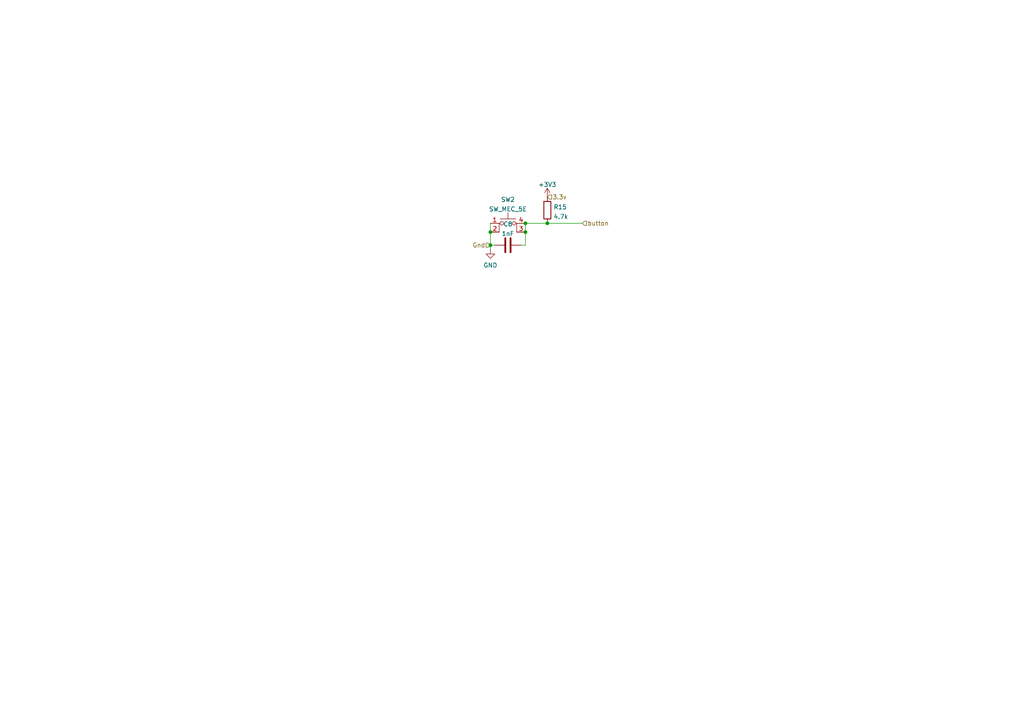
<source format=kicad_sch>
(kicad_sch (version 20211123) (generator eeschema)
  (paper "A4")
  (lib_symbols
    (symbol "Device:C" (pin_numbers hide) (pin_names (offset 0.254))
      (property "Reference" "C" (at 0.635 2.54 0))
      (property "Value" "C" (at 0.635 -2.54 0))
      (symbol "C_0_1"
        (polyline (pts (xy -2.032 -0.762) (xy 2.032 -0.762)) (stroke (width 0.508)))
        (polyline (pts (xy -2.032 0.762) (xy 2.032 0.762)) (stroke (width 0.508)))
      )
      (symbol "C_1_1"
        (pin passive line (at 0 3.81 270) (length 2.794) (name "~") (number "1"))
        (pin passive line (at 0 -3.81 90) (length 2.794) (name "~") (number "2"))
      )
    )
    (symbol "Device:R" (pin_numbers hide) (pin_names (offset 0))
      (property "Reference" "R" (at 2.032 0 90))
      (property "Value" "R" (at 0 0 90))
      (symbol "R_0_1"
        (rectangle (start -1.016 -2.54) (end 1.016 2.54) (stroke (width 0.254)))
      )
      (symbol "R_1_1"
        (pin passive line (at 0 3.81 270) (length 1.27) (name "~") (number "1"))
        (pin passive line (at 0 -3.81 90) (length 1.27) (name "~") (number "2"))
      )
    )
    (symbol "Switch:SW_MEC_5E" (pin_names (offset 1.016) hide)
      (property "Reference" "SW" (at 0.635 5.715 0))
      (property "Value" "SW_MEC_5E" (at 0 -3.175 0))
      (symbol "SW_MEC_5E_0_1"
        (circle (center -1.778 2.54) (radius 0.508))
        (polyline (pts (xy -2.286 3.81) (xy 2.286 3.81)))
        (polyline (pts (xy 0 3.81) (xy 0 5.588)))
        (polyline (pts (xy -2.54 0) (xy -2.54 2.54) (xy -2.286 2.54)))
        (polyline (pts (xy 2.54 0) (xy 2.54 2.54) (xy 2.286 2.54)))
        (circle (center 1.778 2.54) (radius 0.508))
        (pin passive line (at -5.08 2.54 0) (length 2.54) (name "1") (number "1"))
        (pin passive line (at -5.08 0 0) (length 2.54) (name "2") (number "2"))
        (pin passive line (at 5.08 0 180) (length 2.54) (name "K") (number "3"))
        (pin passive line (at 5.08 2.54 180) (length 2.54) (name "A") (number "4"))
      )
    )
    (symbol "power:+3.3V" (power) (pin_names (offset 0))
      (property "Value" "+3.3V" (at 0 3.556 0))
      (symbol "+3.3V_0_1"
        (polyline (pts (xy -0.762 1.27) (xy 0 2.54)))
        (polyline (pts (xy 0 0) (xy 0 2.54)))
        (polyline (pts (xy 0 2.54) (xy 0.762 1.27)))
      )
      (symbol "+3.3V_1_1"
        (pin power_in line (at 0 0 90) (length 0) hide (name "+3V3") (number "1"))
      )
    )
    (symbol "power:GND" (power) (pin_names (offset 0))
      (property "Value" "GND" (at 0 -3.81 0))
      (symbol "GND_0_1"
        (polyline (pts (xy 0 0) (xy 0 -1.27) (xy 1.27 -1.27) (xy 0 -2.54) (xy -1.27 -1.27) (xy 0 -1.27)))
      )
      (symbol "GND_1_1"
        (pin power_in line (at 0 0 270) (length 0) hide (name "GND") (number "1"))
      )
    )
  )
  (junction (at 142.24 67.31))
  (junction (at 158.75 64.77))
  (junction (at 142.24 71.12))
  (junction (at 152.4 67.31))
  (junction (at 152.4 64.77))
  (wire (pts (xy 152.4 64.77) (xy 152.4 67.31)))
  (wire (pts (xy 152.4 64.77) (xy 158.75 64.77)))
  (wire (pts (xy 152.4 71.12) (xy 152.4 67.31)))
  (wire (pts (xy 151.13 71.12) (xy 152.4 71.12)))
  (wire (pts (xy 142.24 71.12) (xy 142.24 72.39)))
  (wire (pts (xy 142.24 64.77) (xy 142.24 67.31)))
  (wire (pts (xy 158.75 64.77) (xy 168.91 64.77)))
  (wire (pts (xy 142.24 67.31) (xy 142.24 71.12)))
  (wire (pts (xy 142.24 71.12) (xy 143.51 71.12)))
  (hierarchical_label "3.3v" (shape input) (at 158.75 57.15 0))
  (hierarchical_label "button" (shape input) (at 168.91 64.77 0))
  (hierarchical_label "Gnd" (shape input) (at 142.24 71.12 180))
  (symbol (lib_id "power:+3.3V") (at 158.75 57.15 0)
    (property "Reference" "#PWR041" (effects hide))
    (property "Value" "+3.3V" (at 158.75 53.5455 0))
  )
  (symbol (lib_id "Switch:SW_MEC_5E") (at 147.32 67.31 0)
    (property "Reference" "SW2" (at 147.32 57.8825 0))
    (property "Value" "SW_MEC_5E" (at 147.32 60.6576 0))
    (property "Footprint" "Button_Switch_THT:SW_TH_Tactile_Omron_B3F-10xx" (effects hide))
    (property "Datasheet" "http://www.apem.com/int/index.php?controller=attachment&id_attachment=1371" (effects hide))
  )
  (symbol (lib_id "Device:C") (at 147.32 71.12 90)
    (property "Reference" "C8" (at 147.32 64.9945 90))
    (property "Value" "1nF" (at 147.32 67.7696 90))
    (property "Footprint" "Capacitor_SMD:C_0603_1608Metric" (effects hide))
  )
  (symbol (lib_id "Device:R") (at 158.75 60.96 0)
    (property "Reference" "R15" (at 160.528 60.0515 0) (effects (justify left)))
    (property "Value" "4.7k" (at 160.528 62.8266 0) (effects (justify left)))
    (property "Footprint" "Resistor_SMD:R_0603_1608Metric" (effects hide))
  )
  (symbol (lib_id "power:GND") (at 142.24 72.39 0)
    (property "Reference" "#PWR040" (effects hide))
    (property "Value" "GND" (at 142.24 76.9525 0))
  )
)
</source>
